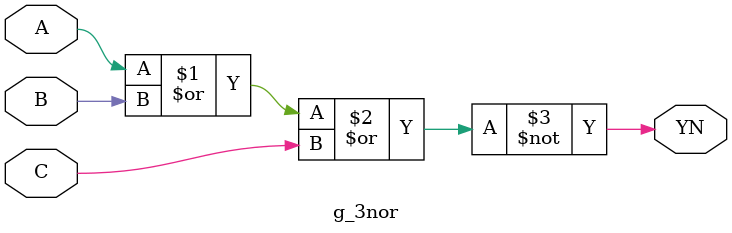
<source format=v>
module g_3nor (YN, A, B, C);

   input A, B, C;
   output YN;

   nor (YN, A, B, C);

endmodule // g_3nor

</source>
